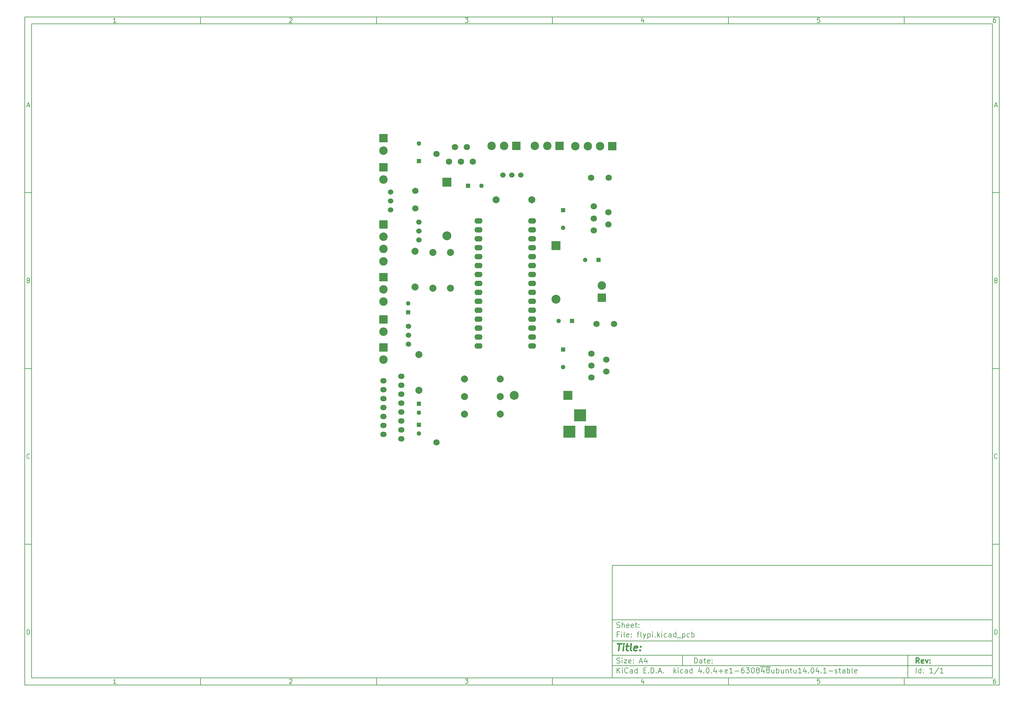
<source format=gbr>
G04 #@! TF.FileFunction,Soldermask,Bot*
%FSLAX46Y46*%
G04 Gerber Fmt 4.6, Leading zero omitted, Abs format (unit mm)*
G04 Created by KiCad (PCBNEW 4.0.4+e1-6308~48~ubuntu14.04.1-stable) date Tue Oct  4 21:58:47 2016*
%MOMM*%
%LPD*%
G01*
G04 APERTURE LIST*
%ADD10C,0.100000*%
%ADD11C,0.150000*%
%ADD12C,0.300000*%
%ADD13C,0.400000*%
%ADD14R,1.300000X1.300000*%
%ADD15C,1.300000*%
%ADD16R,3.500120X3.500120*%
%ADD17C,2.540000*%
%ADD18R,2.540000X2.540000*%
%ADD19C,1.800860*%
%ADD20C,2.400000*%
%ADD21R,2.400000X2.400000*%
%ADD22C,1.800000*%
%ADD23C,1.998980*%
%ADD24O,1.824000X1.524000*%
%ADD25O,2.300000X1.600000*%
%ADD26C,1.524000*%
G04 APERTURE END LIST*
D10*
D11*
X177002200Y-166007200D02*
X177002200Y-198007200D01*
X285002200Y-198007200D01*
X285002200Y-166007200D01*
X177002200Y-166007200D01*
D10*
D11*
X10000000Y-10000000D02*
X10000000Y-200007200D01*
X287002200Y-200007200D01*
X287002200Y-10000000D01*
X10000000Y-10000000D01*
D10*
D11*
X12000000Y-12000000D02*
X12000000Y-198007200D01*
X285002200Y-198007200D01*
X285002200Y-12000000D01*
X12000000Y-12000000D01*
D10*
D11*
X60000000Y-12000000D02*
X60000000Y-10000000D01*
D10*
D11*
X110000000Y-12000000D02*
X110000000Y-10000000D01*
D10*
D11*
X160000000Y-12000000D02*
X160000000Y-10000000D01*
D10*
D11*
X210000000Y-12000000D02*
X210000000Y-10000000D01*
D10*
D11*
X260000000Y-12000000D02*
X260000000Y-10000000D01*
D10*
D11*
X35990476Y-11588095D02*
X35247619Y-11588095D01*
X35619048Y-11588095D02*
X35619048Y-10288095D01*
X35495238Y-10473810D01*
X35371429Y-10597619D01*
X35247619Y-10659524D01*
D10*
D11*
X85247619Y-10411905D02*
X85309524Y-10350000D01*
X85433333Y-10288095D01*
X85742857Y-10288095D01*
X85866667Y-10350000D01*
X85928571Y-10411905D01*
X85990476Y-10535714D01*
X85990476Y-10659524D01*
X85928571Y-10845238D01*
X85185714Y-11588095D01*
X85990476Y-11588095D01*
D10*
D11*
X135185714Y-10288095D02*
X135990476Y-10288095D01*
X135557143Y-10783333D01*
X135742857Y-10783333D01*
X135866667Y-10845238D01*
X135928571Y-10907143D01*
X135990476Y-11030952D01*
X135990476Y-11340476D01*
X135928571Y-11464286D01*
X135866667Y-11526190D01*
X135742857Y-11588095D01*
X135371429Y-11588095D01*
X135247619Y-11526190D01*
X135185714Y-11464286D01*
D10*
D11*
X185866667Y-10721429D02*
X185866667Y-11588095D01*
X185557143Y-10226190D02*
X185247619Y-11154762D01*
X186052381Y-11154762D01*
D10*
D11*
X235928571Y-10288095D02*
X235309524Y-10288095D01*
X235247619Y-10907143D01*
X235309524Y-10845238D01*
X235433333Y-10783333D01*
X235742857Y-10783333D01*
X235866667Y-10845238D01*
X235928571Y-10907143D01*
X235990476Y-11030952D01*
X235990476Y-11340476D01*
X235928571Y-11464286D01*
X235866667Y-11526190D01*
X235742857Y-11588095D01*
X235433333Y-11588095D01*
X235309524Y-11526190D01*
X235247619Y-11464286D01*
D10*
D11*
X285866667Y-10288095D02*
X285619048Y-10288095D01*
X285495238Y-10350000D01*
X285433333Y-10411905D01*
X285309524Y-10597619D01*
X285247619Y-10845238D01*
X285247619Y-11340476D01*
X285309524Y-11464286D01*
X285371429Y-11526190D01*
X285495238Y-11588095D01*
X285742857Y-11588095D01*
X285866667Y-11526190D01*
X285928571Y-11464286D01*
X285990476Y-11340476D01*
X285990476Y-11030952D01*
X285928571Y-10907143D01*
X285866667Y-10845238D01*
X285742857Y-10783333D01*
X285495238Y-10783333D01*
X285371429Y-10845238D01*
X285309524Y-10907143D01*
X285247619Y-11030952D01*
D10*
D11*
X60000000Y-198007200D02*
X60000000Y-200007200D01*
D10*
D11*
X110000000Y-198007200D02*
X110000000Y-200007200D01*
D10*
D11*
X160000000Y-198007200D02*
X160000000Y-200007200D01*
D10*
D11*
X210000000Y-198007200D02*
X210000000Y-200007200D01*
D10*
D11*
X260000000Y-198007200D02*
X260000000Y-200007200D01*
D10*
D11*
X35990476Y-199595295D02*
X35247619Y-199595295D01*
X35619048Y-199595295D02*
X35619048Y-198295295D01*
X35495238Y-198481010D01*
X35371429Y-198604819D01*
X35247619Y-198666724D01*
D10*
D11*
X85247619Y-198419105D02*
X85309524Y-198357200D01*
X85433333Y-198295295D01*
X85742857Y-198295295D01*
X85866667Y-198357200D01*
X85928571Y-198419105D01*
X85990476Y-198542914D01*
X85990476Y-198666724D01*
X85928571Y-198852438D01*
X85185714Y-199595295D01*
X85990476Y-199595295D01*
D10*
D11*
X135185714Y-198295295D02*
X135990476Y-198295295D01*
X135557143Y-198790533D01*
X135742857Y-198790533D01*
X135866667Y-198852438D01*
X135928571Y-198914343D01*
X135990476Y-199038152D01*
X135990476Y-199347676D01*
X135928571Y-199471486D01*
X135866667Y-199533390D01*
X135742857Y-199595295D01*
X135371429Y-199595295D01*
X135247619Y-199533390D01*
X135185714Y-199471486D01*
D10*
D11*
X185866667Y-198728629D02*
X185866667Y-199595295D01*
X185557143Y-198233390D02*
X185247619Y-199161962D01*
X186052381Y-199161962D01*
D10*
D11*
X235928571Y-198295295D02*
X235309524Y-198295295D01*
X235247619Y-198914343D01*
X235309524Y-198852438D01*
X235433333Y-198790533D01*
X235742857Y-198790533D01*
X235866667Y-198852438D01*
X235928571Y-198914343D01*
X235990476Y-199038152D01*
X235990476Y-199347676D01*
X235928571Y-199471486D01*
X235866667Y-199533390D01*
X235742857Y-199595295D01*
X235433333Y-199595295D01*
X235309524Y-199533390D01*
X235247619Y-199471486D01*
D10*
D11*
X285866667Y-198295295D02*
X285619048Y-198295295D01*
X285495238Y-198357200D01*
X285433333Y-198419105D01*
X285309524Y-198604819D01*
X285247619Y-198852438D01*
X285247619Y-199347676D01*
X285309524Y-199471486D01*
X285371429Y-199533390D01*
X285495238Y-199595295D01*
X285742857Y-199595295D01*
X285866667Y-199533390D01*
X285928571Y-199471486D01*
X285990476Y-199347676D01*
X285990476Y-199038152D01*
X285928571Y-198914343D01*
X285866667Y-198852438D01*
X285742857Y-198790533D01*
X285495238Y-198790533D01*
X285371429Y-198852438D01*
X285309524Y-198914343D01*
X285247619Y-199038152D01*
D10*
D11*
X10000000Y-60000000D02*
X12000000Y-60000000D01*
D10*
D11*
X10000000Y-110000000D02*
X12000000Y-110000000D01*
D10*
D11*
X10000000Y-160000000D02*
X12000000Y-160000000D01*
D10*
D11*
X10690476Y-35216667D02*
X11309524Y-35216667D01*
X10566667Y-35588095D02*
X11000000Y-34288095D01*
X11433333Y-35588095D01*
D10*
D11*
X11092857Y-84907143D02*
X11278571Y-84969048D01*
X11340476Y-85030952D01*
X11402381Y-85154762D01*
X11402381Y-85340476D01*
X11340476Y-85464286D01*
X11278571Y-85526190D01*
X11154762Y-85588095D01*
X10659524Y-85588095D01*
X10659524Y-84288095D01*
X11092857Y-84288095D01*
X11216667Y-84350000D01*
X11278571Y-84411905D01*
X11340476Y-84535714D01*
X11340476Y-84659524D01*
X11278571Y-84783333D01*
X11216667Y-84845238D01*
X11092857Y-84907143D01*
X10659524Y-84907143D01*
D10*
D11*
X11402381Y-135464286D02*
X11340476Y-135526190D01*
X11154762Y-135588095D01*
X11030952Y-135588095D01*
X10845238Y-135526190D01*
X10721429Y-135402381D01*
X10659524Y-135278571D01*
X10597619Y-135030952D01*
X10597619Y-134845238D01*
X10659524Y-134597619D01*
X10721429Y-134473810D01*
X10845238Y-134350000D01*
X11030952Y-134288095D01*
X11154762Y-134288095D01*
X11340476Y-134350000D01*
X11402381Y-134411905D01*
D10*
D11*
X10659524Y-185588095D02*
X10659524Y-184288095D01*
X10969048Y-184288095D01*
X11154762Y-184350000D01*
X11278571Y-184473810D01*
X11340476Y-184597619D01*
X11402381Y-184845238D01*
X11402381Y-185030952D01*
X11340476Y-185278571D01*
X11278571Y-185402381D01*
X11154762Y-185526190D01*
X10969048Y-185588095D01*
X10659524Y-185588095D01*
D10*
D11*
X287002200Y-60000000D02*
X285002200Y-60000000D01*
D10*
D11*
X287002200Y-110000000D02*
X285002200Y-110000000D01*
D10*
D11*
X287002200Y-160000000D02*
X285002200Y-160000000D01*
D10*
D11*
X285692676Y-35216667D02*
X286311724Y-35216667D01*
X285568867Y-35588095D02*
X286002200Y-34288095D01*
X286435533Y-35588095D01*
D10*
D11*
X286095057Y-84907143D02*
X286280771Y-84969048D01*
X286342676Y-85030952D01*
X286404581Y-85154762D01*
X286404581Y-85340476D01*
X286342676Y-85464286D01*
X286280771Y-85526190D01*
X286156962Y-85588095D01*
X285661724Y-85588095D01*
X285661724Y-84288095D01*
X286095057Y-84288095D01*
X286218867Y-84350000D01*
X286280771Y-84411905D01*
X286342676Y-84535714D01*
X286342676Y-84659524D01*
X286280771Y-84783333D01*
X286218867Y-84845238D01*
X286095057Y-84907143D01*
X285661724Y-84907143D01*
D10*
D11*
X286404581Y-135464286D02*
X286342676Y-135526190D01*
X286156962Y-135588095D01*
X286033152Y-135588095D01*
X285847438Y-135526190D01*
X285723629Y-135402381D01*
X285661724Y-135278571D01*
X285599819Y-135030952D01*
X285599819Y-134845238D01*
X285661724Y-134597619D01*
X285723629Y-134473810D01*
X285847438Y-134350000D01*
X286033152Y-134288095D01*
X286156962Y-134288095D01*
X286342676Y-134350000D01*
X286404581Y-134411905D01*
D10*
D11*
X285661724Y-185588095D02*
X285661724Y-184288095D01*
X285971248Y-184288095D01*
X286156962Y-184350000D01*
X286280771Y-184473810D01*
X286342676Y-184597619D01*
X286404581Y-184845238D01*
X286404581Y-185030952D01*
X286342676Y-185278571D01*
X286280771Y-185402381D01*
X286156962Y-185526190D01*
X285971248Y-185588095D01*
X285661724Y-185588095D01*
D10*
D11*
X200359343Y-193785771D02*
X200359343Y-192285771D01*
X200716486Y-192285771D01*
X200930771Y-192357200D01*
X201073629Y-192500057D01*
X201145057Y-192642914D01*
X201216486Y-192928629D01*
X201216486Y-193142914D01*
X201145057Y-193428629D01*
X201073629Y-193571486D01*
X200930771Y-193714343D01*
X200716486Y-193785771D01*
X200359343Y-193785771D01*
X202502200Y-193785771D02*
X202502200Y-193000057D01*
X202430771Y-192857200D01*
X202287914Y-192785771D01*
X202002200Y-192785771D01*
X201859343Y-192857200D01*
X202502200Y-193714343D02*
X202359343Y-193785771D01*
X202002200Y-193785771D01*
X201859343Y-193714343D01*
X201787914Y-193571486D01*
X201787914Y-193428629D01*
X201859343Y-193285771D01*
X202002200Y-193214343D01*
X202359343Y-193214343D01*
X202502200Y-193142914D01*
X203002200Y-192785771D02*
X203573629Y-192785771D01*
X203216486Y-192285771D02*
X203216486Y-193571486D01*
X203287914Y-193714343D01*
X203430772Y-193785771D01*
X203573629Y-193785771D01*
X204645057Y-193714343D02*
X204502200Y-193785771D01*
X204216486Y-193785771D01*
X204073629Y-193714343D01*
X204002200Y-193571486D01*
X204002200Y-193000057D01*
X204073629Y-192857200D01*
X204216486Y-192785771D01*
X204502200Y-192785771D01*
X204645057Y-192857200D01*
X204716486Y-193000057D01*
X204716486Y-193142914D01*
X204002200Y-193285771D01*
X205359343Y-193642914D02*
X205430771Y-193714343D01*
X205359343Y-193785771D01*
X205287914Y-193714343D01*
X205359343Y-193642914D01*
X205359343Y-193785771D01*
X205359343Y-192857200D02*
X205430771Y-192928629D01*
X205359343Y-193000057D01*
X205287914Y-192928629D01*
X205359343Y-192857200D01*
X205359343Y-193000057D01*
D10*
D11*
X177002200Y-194507200D02*
X285002200Y-194507200D01*
D10*
D11*
X178359343Y-196585771D02*
X178359343Y-195085771D01*
X179216486Y-196585771D02*
X178573629Y-195728629D01*
X179216486Y-195085771D02*
X178359343Y-195942914D01*
X179859343Y-196585771D02*
X179859343Y-195585771D01*
X179859343Y-195085771D02*
X179787914Y-195157200D01*
X179859343Y-195228629D01*
X179930771Y-195157200D01*
X179859343Y-195085771D01*
X179859343Y-195228629D01*
X181430772Y-196442914D02*
X181359343Y-196514343D01*
X181145057Y-196585771D01*
X181002200Y-196585771D01*
X180787915Y-196514343D01*
X180645057Y-196371486D01*
X180573629Y-196228629D01*
X180502200Y-195942914D01*
X180502200Y-195728629D01*
X180573629Y-195442914D01*
X180645057Y-195300057D01*
X180787915Y-195157200D01*
X181002200Y-195085771D01*
X181145057Y-195085771D01*
X181359343Y-195157200D01*
X181430772Y-195228629D01*
X182716486Y-196585771D02*
X182716486Y-195800057D01*
X182645057Y-195657200D01*
X182502200Y-195585771D01*
X182216486Y-195585771D01*
X182073629Y-195657200D01*
X182716486Y-196514343D02*
X182573629Y-196585771D01*
X182216486Y-196585771D01*
X182073629Y-196514343D01*
X182002200Y-196371486D01*
X182002200Y-196228629D01*
X182073629Y-196085771D01*
X182216486Y-196014343D01*
X182573629Y-196014343D01*
X182716486Y-195942914D01*
X184073629Y-196585771D02*
X184073629Y-195085771D01*
X184073629Y-196514343D02*
X183930772Y-196585771D01*
X183645058Y-196585771D01*
X183502200Y-196514343D01*
X183430772Y-196442914D01*
X183359343Y-196300057D01*
X183359343Y-195871486D01*
X183430772Y-195728629D01*
X183502200Y-195657200D01*
X183645058Y-195585771D01*
X183930772Y-195585771D01*
X184073629Y-195657200D01*
X185930772Y-195800057D02*
X186430772Y-195800057D01*
X186645058Y-196585771D02*
X185930772Y-196585771D01*
X185930772Y-195085771D01*
X186645058Y-195085771D01*
X187287915Y-196442914D02*
X187359343Y-196514343D01*
X187287915Y-196585771D01*
X187216486Y-196514343D01*
X187287915Y-196442914D01*
X187287915Y-196585771D01*
X188002201Y-196585771D02*
X188002201Y-195085771D01*
X188359344Y-195085771D01*
X188573629Y-195157200D01*
X188716487Y-195300057D01*
X188787915Y-195442914D01*
X188859344Y-195728629D01*
X188859344Y-195942914D01*
X188787915Y-196228629D01*
X188716487Y-196371486D01*
X188573629Y-196514343D01*
X188359344Y-196585771D01*
X188002201Y-196585771D01*
X189502201Y-196442914D02*
X189573629Y-196514343D01*
X189502201Y-196585771D01*
X189430772Y-196514343D01*
X189502201Y-196442914D01*
X189502201Y-196585771D01*
X190145058Y-196157200D02*
X190859344Y-196157200D01*
X190002201Y-196585771D02*
X190502201Y-195085771D01*
X191002201Y-196585771D01*
X191502201Y-196442914D02*
X191573629Y-196514343D01*
X191502201Y-196585771D01*
X191430772Y-196514343D01*
X191502201Y-196442914D01*
X191502201Y-196585771D01*
X194502201Y-196585771D02*
X194502201Y-195085771D01*
X194645058Y-196014343D02*
X195073629Y-196585771D01*
X195073629Y-195585771D02*
X194502201Y-196157200D01*
X195716487Y-196585771D02*
X195716487Y-195585771D01*
X195716487Y-195085771D02*
X195645058Y-195157200D01*
X195716487Y-195228629D01*
X195787915Y-195157200D01*
X195716487Y-195085771D01*
X195716487Y-195228629D01*
X197073630Y-196514343D02*
X196930773Y-196585771D01*
X196645059Y-196585771D01*
X196502201Y-196514343D01*
X196430773Y-196442914D01*
X196359344Y-196300057D01*
X196359344Y-195871486D01*
X196430773Y-195728629D01*
X196502201Y-195657200D01*
X196645059Y-195585771D01*
X196930773Y-195585771D01*
X197073630Y-195657200D01*
X198359344Y-196585771D02*
X198359344Y-195800057D01*
X198287915Y-195657200D01*
X198145058Y-195585771D01*
X197859344Y-195585771D01*
X197716487Y-195657200D01*
X198359344Y-196514343D02*
X198216487Y-196585771D01*
X197859344Y-196585771D01*
X197716487Y-196514343D01*
X197645058Y-196371486D01*
X197645058Y-196228629D01*
X197716487Y-196085771D01*
X197859344Y-196014343D01*
X198216487Y-196014343D01*
X198359344Y-195942914D01*
X199716487Y-196585771D02*
X199716487Y-195085771D01*
X199716487Y-196514343D02*
X199573630Y-196585771D01*
X199287916Y-196585771D01*
X199145058Y-196514343D01*
X199073630Y-196442914D01*
X199002201Y-196300057D01*
X199002201Y-195871486D01*
X199073630Y-195728629D01*
X199145058Y-195657200D01*
X199287916Y-195585771D01*
X199573630Y-195585771D01*
X199716487Y-195657200D01*
X202216487Y-195585771D02*
X202216487Y-196585771D01*
X201859344Y-195014343D02*
X201502201Y-196085771D01*
X202430773Y-196085771D01*
X203002201Y-196442914D02*
X203073629Y-196514343D01*
X203002201Y-196585771D01*
X202930772Y-196514343D01*
X203002201Y-196442914D01*
X203002201Y-196585771D01*
X204002201Y-195085771D02*
X204145058Y-195085771D01*
X204287915Y-195157200D01*
X204359344Y-195228629D01*
X204430773Y-195371486D01*
X204502201Y-195657200D01*
X204502201Y-196014343D01*
X204430773Y-196300057D01*
X204359344Y-196442914D01*
X204287915Y-196514343D01*
X204145058Y-196585771D01*
X204002201Y-196585771D01*
X203859344Y-196514343D01*
X203787915Y-196442914D01*
X203716487Y-196300057D01*
X203645058Y-196014343D01*
X203645058Y-195657200D01*
X203716487Y-195371486D01*
X203787915Y-195228629D01*
X203859344Y-195157200D01*
X204002201Y-195085771D01*
X205145058Y-196442914D02*
X205216486Y-196514343D01*
X205145058Y-196585771D01*
X205073629Y-196514343D01*
X205145058Y-196442914D01*
X205145058Y-196585771D01*
X206502201Y-195585771D02*
X206502201Y-196585771D01*
X206145058Y-195014343D02*
X205787915Y-196085771D01*
X206716487Y-196085771D01*
X207287915Y-196014343D02*
X208430772Y-196014343D01*
X207859343Y-196585771D02*
X207859343Y-195442914D01*
X209716486Y-196514343D02*
X209573629Y-196585771D01*
X209287915Y-196585771D01*
X209145058Y-196514343D01*
X209073629Y-196371486D01*
X209073629Y-195800057D01*
X209145058Y-195657200D01*
X209287915Y-195585771D01*
X209573629Y-195585771D01*
X209716486Y-195657200D01*
X209787915Y-195800057D01*
X209787915Y-195942914D01*
X209073629Y-196085771D01*
X211216486Y-196585771D02*
X210359343Y-196585771D01*
X210787915Y-196585771D02*
X210787915Y-195085771D01*
X210645058Y-195300057D01*
X210502200Y-195442914D01*
X210359343Y-195514343D01*
X211859343Y-196014343D02*
X213002200Y-196014343D01*
X214359343Y-195085771D02*
X214073629Y-195085771D01*
X213930772Y-195157200D01*
X213859343Y-195228629D01*
X213716486Y-195442914D01*
X213645057Y-195728629D01*
X213645057Y-196300057D01*
X213716486Y-196442914D01*
X213787914Y-196514343D01*
X213930772Y-196585771D01*
X214216486Y-196585771D01*
X214359343Y-196514343D01*
X214430772Y-196442914D01*
X214502200Y-196300057D01*
X214502200Y-195942914D01*
X214430772Y-195800057D01*
X214359343Y-195728629D01*
X214216486Y-195657200D01*
X213930772Y-195657200D01*
X213787914Y-195728629D01*
X213716486Y-195800057D01*
X213645057Y-195942914D01*
X215002200Y-195085771D02*
X215930771Y-195085771D01*
X215430771Y-195657200D01*
X215645057Y-195657200D01*
X215787914Y-195728629D01*
X215859343Y-195800057D01*
X215930771Y-195942914D01*
X215930771Y-196300057D01*
X215859343Y-196442914D01*
X215787914Y-196514343D01*
X215645057Y-196585771D01*
X215216485Y-196585771D01*
X215073628Y-196514343D01*
X215002200Y-196442914D01*
X216859342Y-195085771D02*
X217002199Y-195085771D01*
X217145056Y-195157200D01*
X217216485Y-195228629D01*
X217287914Y-195371486D01*
X217359342Y-195657200D01*
X217359342Y-196014343D01*
X217287914Y-196300057D01*
X217216485Y-196442914D01*
X217145056Y-196514343D01*
X217002199Y-196585771D01*
X216859342Y-196585771D01*
X216716485Y-196514343D01*
X216645056Y-196442914D01*
X216573628Y-196300057D01*
X216502199Y-196014343D01*
X216502199Y-195657200D01*
X216573628Y-195371486D01*
X216645056Y-195228629D01*
X216716485Y-195157200D01*
X216859342Y-195085771D01*
X218216485Y-195728629D02*
X218073627Y-195657200D01*
X218002199Y-195585771D01*
X217930770Y-195442914D01*
X217930770Y-195371486D01*
X218002199Y-195228629D01*
X218073627Y-195157200D01*
X218216485Y-195085771D01*
X218502199Y-195085771D01*
X218645056Y-195157200D01*
X218716485Y-195228629D01*
X218787913Y-195371486D01*
X218787913Y-195442914D01*
X218716485Y-195585771D01*
X218645056Y-195657200D01*
X218502199Y-195728629D01*
X218216485Y-195728629D01*
X218073627Y-195800057D01*
X218002199Y-195871486D01*
X217930770Y-196014343D01*
X217930770Y-196300057D01*
X218002199Y-196442914D01*
X218073627Y-196514343D01*
X218216485Y-196585771D01*
X218502199Y-196585771D01*
X218645056Y-196514343D01*
X218716485Y-196442914D01*
X218787913Y-196300057D01*
X218787913Y-196014343D01*
X218716485Y-195871486D01*
X218645056Y-195800057D01*
X218502199Y-195728629D01*
X220073627Y-195585771D02*
X220073627Y-196585771D01*
X219716484Y-195014343D02*
X219359341Y-196085771D01*
X220287913Y-196085771D01*
X221073627Y-195728629D02*
X220930769Y-195657200D01*
X220859341Y-195585771D01*
X220787912Y-195442914D01*
X220787912Y-195371486D01*
X220859341Y-195228629D01*
X220930769Y-195157200D01*
X221073627Y-195085771D01*
X221359341Y-195085771D01*
X221502198Y-195157200D01*
X221573627Y-195228629D01*
X221645055Y-195371486D01*
X221645055Y-195442914D01*
X221573627Y-195585771D01*
X221502198Y-195657200D01*
X221359341Y-195728629D01*
X221073627Y-195728629D01*
X220930769Y-195800057D01*
X220859341Y-195871486D01*
X220787912Y-196014343D01*
X220787912Y-196300057D01*
X220859341Y-196442914D01*
X220930769Y-196514343D01*
X221073627Y-196585771D01*
X221359341Y-196585771D01*
X221502198Y-196514343D01*
X221573627Y-196442914D01*
X221645055Y-196300057D01*
X221645055Y-196014343D01*
X221573627Y-195871486D01*
X221502198Y-195800057D01*
X221359341Y-195728629D01*
X219073627Y-194827200D02*
X221930769Y-194827200D01*
X222930769Y-195585771D02*
X222930769Y-196585771D01*
X222287912Y-195585771D02*
X222287912Y-196371486D01*
X222359340Y-196514343D01*
X222502198Y-196585771D01*
X222716483Y-196585771D01*
X222859340Y-196514343D01*
X222930769Y-196442914D01*
X223645055Y-196585771D02*
X223645055Y-195085771D01*
X223645055Y-195657200D02*
X223787912Y-195585771D01*
X224073626Y-195585771D01*
X224216483Y-195657200D01*
X224287912Y-195728629D01*
X224359341Y-195871486D01*
X224359341Y-196300057D01*
X224287912Y-196442914D01*
X224216483Y-196514343D01*
X224073626Y-196585771D01*
X223787912Y-196585771D01*
X223645055Y-196514343D01*
X225645055Y-195585771D02*
X225645055Y-196585771D01*
X225002198Y-195585771D02*
X225002198Y-196371486D01*
X225073626Y-196514343D01*
X225216484Y-196585771D01*
X225430769Y-196585771D01*
X225573626Y-196514343D01*
X225645055Y-196442914D01*
X226359341Y-195585771D02*
X226359341Y-196585771D01*
X226359341Y-195728629D02*
X226430769Y-195657200D01*
X226573627Y-195585771D01*
X226787912Y-195585771D01*
X226930769Y-195657200D01*
X227002198Y-195800057D01*
X227002198Y-196585771D01*
X227502198Y-195585771D02*
X228073627Y-195585771D01*
X227716484Y-195085771D02*
X227716484Y-196371486D01*
X227787912Y-196514343D01*
X227930770Y-196585771D01*
X228073627Y-196585771D01*
X229216484Y-195585771D02*
X229216484Y-196585771D01*
X228573627Y-195585771D02*
X228573627Y-196371486D01*
X228645055Y-196514343D01*
X228787913Y-196585771D01*
X229002198Y-196585771D01*
X229145055Y-196514343D01*
X229216484Y-196442914D01*
X230716484Y-196585771D02*
X229859341Y-196585771D01*
X230287913Y-196585771D02*
X230287913Y-195085771D01*
X230145056Y-195300057D01*
X230002198Y-195442914D01*
X229859341Y-195514343D01*
X232002198Y-195585771D02*
X232002198Y-196585771D01*
X231645055Y-195014343D02*
X231287912Y-196085771D01*
X232216484Y-196085771D01*
X232787912Y-196442914D02*
X232859340Y-196514343D01*
X232787912Y-196585771D01*
X232716483Y-196514343D01*
X232787912Y-196442914D01*
X232787912Y-196585771D01*
X233787912Y-195085771D02*
X233930769Y-195085771D01*
X234073626Y-195157200D01*
X234145055Y-195228629D01*
X234216484Y-195371486D01*
X234287912Y-195657200D01*
X234287912Y-196014343D01*
X234216484Y-196300057D01*
X234145055Y-196442914D01*
X234073626Y-196514343D01*
X233930769Y-196585771D01*
X233787912Y-196585771D01*
X233645055Y-196514343D01*
X233573626Y-196442914D01*
X233502198Y-196300057D01*
X233430769Y-196014343D01*
X233430769Y-195657200D01*
X233502198Y-195371486D01*
X233573626Y-195228629D01*
X233645055Y-195157200D01*
X233787912Y-195085771D01*
X235573626Y-195585771D02*
X235573626Y-196585771D01*
X235216483Y-195014343D02*
X234859340Y-196085771D01*
X235787912Y-196085771D01*
X236359340Y-196442914D02*
X236430768Y-196514343D01*
X236359340Y-196585771D01*
X236287911Y-196514343D01*
X236359340Y-196442914D01*
X236359340Y-196585771D01*
X237859340Y-196585771D02*
X237002197Y-196585771D01*
X237430769Y-196585771D02*
X237430769Y-195085771D01*
X237287912Y-195300057D01*
X237145054Y-195442914D01*
X237002197Y-195514343D01*
X238502197Y-196014343D02*
X239645054Y-196014343D01*
X240287911Y-196514343D02*
X240430768Y-196585771D01*
X240716483Y-196585771D01*
X240859340Y-196514343D01*
X240930768Y-196371486D01*
X240930768Y-196300057D01*
X240859340Y-196157200D01*
X240716483Y-196085771D01*
X240502197Y-196085771D01*
X240359340Y-196014343D01*
X240287911Y-195871486D01*
X240287911Y-195800057D01*
X240359340Y-195657200D01*
X240502197Y-195585771D01*
X240716483Y-195585771D01*
X240859340Y-195657200D01*
X241359340Y-195585771D02*
X241930769Y-195585771D01*
X241573626Y-195085771D02*
X241573626Y-196371486D01*
X241645054Y-196514343D01*
X241787912Y-196585771D01*
X241930769Y-196585771D01*
X243073626Y-196585771D02*
X243073626Y-195800057D01*
X243002197Y-195657200D01*
X242859340Y-195585771D01*
X242573626Y-195585771D01*
X242430769Y-195657200D01*
X243073626Y-196514343D02*
X242930769Y-196585771D01*
X242573626Y-196585771D01*
X242430769Y-196514343D01*
X242359340Y-196371486D01*
X242359340Y-196228629D01*
X242430769Y-196085771D01*
X242573626Y-196014343D01*
X242930769Y-196014343D01*
X243073626Y-195942914D01*
X243787912Y-196585771D02*
X243787912Y-195085771D01*
X243787912Y-195657200D02*
X243930769Y-195585771D01*
X244216483Y-195585771D01*
X244359340Y-195657200D01*
X244430769Y-195728629D01*
X244502198Y-195871486D01*
X244502198Y-196300057D01*
X244430769Y-196442914D01*
X244359340Y-196514343D01*
X244216483Y-196585771D01*
X243930769Y-196585771D01*
X243787912Y-196514343D01*
X245359341Y-196585771D02*
X245216483Y-196514343D01*
X245145055Y-196371486D01*
X245145055Y-195085771D01*
X246502197Y-196514343D02*
X246359340Y-196585771D01*
X246073626Y-196585771D01*
X245930769Y-196514343D01*
X245859340Y-196371486D01*
X245859340Y-195800057D01*
X245930769Y-195657200D01*
X246073626Y-195585771D01*
X246359340Y-195585771D01*
X246502197Y-195657200D01*
X246573626Y-195800057D01*
X246573626Y-195942914D01*
X245859340Y-196085771D01*
D10*
D11*
X177002200Y-191507200D02*
X285002200Y-191507200D01*
D10*
D12*
X264216486Y-193785771D02*
X263716486Y-193071486D01*
X263359343Y-193785771D02*
X263359343Y-192285771D01*
X263930771Y-192285771D01*
X264073629Y-192357200D01*
X264145057Y-192428629D01*
X264216486Y-192571486D01*
X264216486Y-192785771D01*
X264145057Y-192928629D01*
X264073629Y-193000057D01*
X263930771Y-193071486D01*
X263359343Y-193071486D01*
X265430771Y-193714343D02*
X265287914Y-193785771D01*
X265002200Y-193785771D01*
X264859343Y-193714343D01*
X264787914Y-193571486D01*
X264787914Y-193000057D01*
X264859343Y-192857200D01*
X265002200Y-192785771D01*
X265287914Y-192785771D01*
X265430771Y-192857200D01*
X265502200Y-193000057D01*
X265502200Y-193142914D01*
X264787914Y-193285771D01*
X266002200Y-192785771D02*
X266359343Y-193785771D01*
X266716485Y-192785771D01*
X267287914Y-193642914D02*
X267359342Y-193714343D01*
X267287914Y-193785771D01*
X267216485Y-193714343D01*
X267287914Y-193642914D01*
X267287914Y-193785771D01*
X267287914Y-192857200D02*
X267359342Y-192928629D01*
X267287914Y-193000057D01*
X267216485Y-192928629D01*
X267287914Y-192857200D01*
X267287914Y-193000057D01*
D10*
D11*
X178287914Y-193714343D02*
X178502200Y-193785771D01*
X178859343Y-193785771D01*
X179002200Y-193714343D01*
X179073629Y-193642914D01*
X179145057Y-193500057D01*
X179145057Y-193357200D01*
X179073629Y-193214343D01*
X179002200Y-193142914D01*
X178859343Y-193071486D01*
X178573629Y-193000057D01*
X178430771Y-192928629D01*
X178359343Y-192857200D01*
X178287914Y-192714343D01*
X178287914Y-192571486D01*
X178359343Y-192428629D01*
X178430771Y-192357200D01*
X178573629Y-192285771D01*
X178930771Y-192285771D01*
X179145057Y-192357200D01*
X179787914Y-193785771D02*
X179787914Y-192785771D01*
X179787914Y-192285771D02*
X179716485Y-192357200D01*
X179787914Y-192428629D01*
X179859342Y-192357200D01*
X179787914Y-192285771D01*
X179787914Y-192428629D01*
X180359343Y-192785771D02*
X181145057Y-192785771D01*
X180359343Y-193785771D01*
X181145057Y-193785771D01*
X182287914Y-193714343D02*
X182145057Y-193785771D01*
X181859343Y-193785771D01*
X181716486Y-193714343D01*
X181645057Y-193571486D01*
X181645057Y-193000057D01*
X181716486Y-192857200D01*
X181859343Y-192785771D01*
X182145057Y-192785771D01*
X182287914Y-192857200D01*
X182359343Y-193000057D01*
X182359343Y-193142914D01*
X181645057Y-193285771D01*
X183002200Y-193642914D02*
X183073628Y-193714343D01*
X183002200Y-193785771D01*
X182930771Y-193714343D01*
X183002200Y-193642914D01*
X183002200Y-193785771D01*
X183002200Y-192857200D02*
X183073628Y-192928629D01*
X183002200Y-193000057D01*
X182930771Y-192928629D01*
X183002200Y-192857200D01*
X183002200Y-193000057D01*
X184787914Y-193357200D02*
X185502200Y-193357200D01*
X184645057Y-193785771D02*
X185145057Y-192285771D01*
X185645057Y-193785771D01*
X186787914Y-192785771D02*
X186787914Y-193785771D01*
X186430771Y-192214343D02*
X186073628Y-193285771D01*
X187002200Y-193285771D01*
D10*
D11*
X263359343Y-196585771D02*
X263359343Y-195085771D01*
X264716486Y-196585771D02*
X264716486Y-195085771D01*
X264716486Y-196514343D02*
X264573629Y-196585771D01*
X264287915Y-196585771D01*
X264145057Y-196514343D01*
X264073629Y-196442914D01*
X264002200Y-196300057D01*
X264002200Y-195871486D01*
X264073629Y-195728629D01*
X264145057Y-195657200D01*
X264287915Y-195585771D01*
X264573629Y-195585771D01*
X264716486Y-195657200D01*
X265430772Y-196442914D02*
X265502200Y-196514343D01*
X265430772Y-196585771D01*
X265359343Y-196514343D01*
X265430772Y-196442914D01*
X265430772Y-196585771D01*
X265430772Y-195657200D02*
X265502200Y-195728629D01*
X265430772Y-195800057D01*
X265359343Y-195728629D01*
X265430772Y-195657200D01*
X265430772Y-195800057D01*
X268073629Y-196585771D02*
X267216486Y-196585771D01*
X267645058Y-196585771D02*
X267645058Y-195085771D01*
X267502201Y-195300057D01*
X267359343Y-195442914D01*
X267216486Y-195514343D01*
X269787914Y-195014343D02*
X268502200Y-196942914D01*
X271073629Y-196585771D02*
X270216486Y-196585771D01*
X270645058Y-196585771D02*
X270645058Y-195085771D01*
X270502201Y-195300057D01*
X270359343Y-195442914D01*
X270216486Y-195514343D01*
D10*
D11*
X177002200Y-187507200D02*
X285002200Y-187507200D01*
D10*
D13*
X178454581Y-188211962D02*
X179597438Y-188211962D01*
X178776010Y-190211962D02*
X179026010Y-188211962D01*
X180014105Y-190211962D02*
X180180771Y-188878629D01*
X180264105Y-188211962D02*
X180156962Y-188307200D01*
X180240295Y-188402438D01*
X180347439Y-188307200D01*
X180264105Y-188211962D01*
X180240295Y-188402438D01*
X180847438Y-188878629D02*
X181609343Y-188878629D01*
X181216486Y-188211962D02*
X181002200Y-189926248D01*
X181073630Y-190116724D01*
X181252201Y-190211962D01*
X181442677Y-190211962D01*
X182395058Y-190211962D02*
X182216487Y-190116724D01*
X182145057Y-189926248D01*
X182359343Y-188211962D01*
X183930772Y-190116724D02*
X183728391Y-190211962D01*
X183347439Y-190211962D01*
X183168867Y-190116724D01*
X183097438Y-189926248D01*
X183192676Y-189164343D01*
X183311724Y-188973867D01*
X183514105Y-188878629D01*
X183895057Y-188878629D01*
X184073629Y-188973867D01*
X184145057Y-189164343D01*
X184121248Y-189354819D01*
X183145057Y-189545295D01*
X184895057Y-190021486D02*
X184978392Y-190116724D01*
X184871248Y-190211962D01*
X184787915Y-190116724D01*
X184895057Y-190021486D01*
X184871248Y-190211962D01*
X185026010Y-188973867D02*
X185109344Y-189069105D01*
X185002200Y-189164343D01*
X184918867Y-189069105D01*
X185026010Y-188973867D01*
X185002200Y-189164343D01*
D10*
D11*
X178859343Y-185600057D02*
X178359343Y-185600057D01*
X178359343Y-186385771D02*
X178359343Y-184885771D01*
X179073629Y-184885771D01*
X179645057Y-186385771D02*
X179645057Y-185385771D01*
X179645057Y-184885771D02*
X179573628Y-184957200D01*
X179645057Y-185028629D01*
X179716485Y-184957200D01*
X179645057Y-184885771D01*
X179645057Y-185028629D01*
X180573629Y-186385771D02*
X180430771Y-186314343D01*
X180359343Y-186171486D01*
X180359343Y-184885771D01*
X181716485Y-186314343D02*
X181573628Y-186385771D01*
X181287914Y-186385771D01*
X181145057Y-186314343D01*
X181073628Y-186171486D01*
X181073628Y-185600057D01*
X181145057Y-185457200D01*
X181287914Y-185385771D01*
X181573628Y-185385771D01*
X181716485Y-185457200D01*
X181787914Y-185600057D01*
X181787914Y-185742914D01*
X181073628Y-185885771D01*
X182430771Y-186242914D02*
X182502199Y-186314343D01*
X182430771Y-186385771D01*
X182359342Y-186314343D01*
X182430771Y-186242914D01*
X182430771Y-186385771D01*
X182430771Y-185457200D02*
X182502199Y-185528629D01*
X182430771Y-185600057D01*
X182359342Y-185528629D01*
X182430771Y-185457200D01*
X182430771Y-185600057D01*
X184073628Y-185385771D02*
X184645057Y-185385771D01*
X184287914Y-186385771D02*
X184287914Y-185100057D01*
X184359342Y-184957200D01*
X184502200Y-184885771D01*
X184645057Y-184885771D01*
X185359343Y-186385771D02*
X185216485Y-186314343D01*
X185145057Y-186171486D01*
X185145057Y-184885771D01*
X185787914Y-185385771D02*
X186145057Y-186385771D01*
X186502199Y-185385771D02*
X186145057Y-186385771D01*
X186002199Y-186742914D01*
X185930771Y-186814343D01*
X185787914Y-186885771D01*
X187073628Y-185385771D02*
X187073628Y-186885771D01*
X187073628Y-185457200D02*
X187216485Y-185385771D01*
X187502199Y-185385771D01*
X187645056Y-185457200D01*
X187716485Y-185528629D01*
X187787914Y-185671486D01*
X187787914Y-186100057D01*
X187716485Y-186242914D01*
X187645056Y-186314343D01*
X187502199Y-186385771D01*
X187216485Y-186385771D01*
X187073628Y-186314343D01*
X188430771Y-186385771D02*
X188430771Y-185385771D01*
X188430771Y-184885771D02*
X188359342Y-184957200D01*
X188430771Y-185028629D01*
X188502199Y-184957200D01*
X188430771Y-184885771D01*
X188430771Y-185028629D01*
X189145057Y-186242914D02*
X189216485Y-186314343D01*
X189145057Y-186385771D01*
X189073628Y-186314343D01*
X189145057Y-186242914D01*
X189145057Y-186385771D01*
X189859343Y-186385771D02*
X189859343Y-184885771D01*
X190002200Y-185814343D02*
X190430771Y-186385771D01*
X190430771Y-185385771D02*
X189859343Y-185957200D01*
X191073629Y-186385771D02*
X191073629Y-185385771D01*
X191073629Y-184885771D02*
X191002200Y-184957200D01*
X191073629Y-185028629D01*
X191145057Y-184957200D01*
X191073629Y-184885771D01*
X191073629Y-185028629D01*
X192430772Y-186314343D02*
X192287915Y-186385771D01*
X192002201Y-186385771D01*
X191859343Y-186314343D01*
X191787915Y-186242914D01*
X191716486Y-186100057D01*
X191716486Y-185671486D01*
X191787915Y-185528629D01*
X191859343Y-185457200D01*
X192002201Y-185385771D01*
X192287915Y-185385771D01*
X192430772Y-185457200D01*
X193716486Y-186385771D02*
X193716486Y-185600057D01*
X193645057Y-185457200D01*
X193502200Y-185385771D01*
X193216486Y-185385771D01*
X193073629Y-185457200D01*
X193716486Y-186314343D02*
X193573629Y-186385771D01*
X193216486Y-186385771D01*
X193073629Y-186314343D01*
X193002200Y-186171486D01*
X193002200Y-186028629D01*
X193073629Y-185885771D01*
X193216486Y-185814343D01*
X193573629Y-185814343D01*
X193716486Y-185742914D01*
X195073629Y-186385771D02*
X195073629Y-184885771D01*
X195073629Y-186314343D02*
X194930772Y-186385771D01*
X194645058Y-186385771D01*
X194502200Y-186314343D01*
X194430772Y-186242914D01*
X194359343Y-186100057D01*
X194359343Y-185671486D01*
X194430772Y-185528629D01*
X194502200Y-185457200D01*
X194645058Y-185385771D01*
X194930772Y-185385771D01*
X195073629Y-185457200D01*
X195430772Y-186528629D02*
X196573629Y-186528629D01*
X196930772Y-185385771D02*
X196930772Y-186885771D01*
X196930772Y-185457200D02*
X197073629Y-185385771D01*
X197359343Y-185385771D01*
X197502200Y-185457200D01*
X197573629Y-185528629D01*
X197645058Y-185671486D01*
X197645058Y-186100057D01*
X197573629Y-186242914D01*
X197502200Y-186314343D01*
X197359343Y-186385771D01*
X197073629Y-186385771D01*
X196930772Y-186314343D01*
X198930772Y-186314343D02*
X198787915Y-186385771D01*
X198502201Y-186385771D01*
X198359343Y-186314343D01*
X198287915Y-186242914D01*
X198216486Y-186100057D01*
X198216486Y-185671486D01*
X198287915Y-185528629D01*
X198359343Y-185457200D01*
X198502201Y-185385771D01*
X198787915Y-185385771D01*
X198930772Y-185457200D01*
X199573629Y-186385771D02*
X199573629Y-184885771D01*
X199573629Y-185457200D02*
X199716486Y-185385771D01*
X200002200Y-185385771D01*
X200145057Y-185457200D01*
X200216486Y-185528629D01*
X200287915Y-185671486D01*
X200287915Y-186100057D01*
X200216486Y-186242914D01*
X200145057Y-186314343D01*
X200002200Y-186385771D01*
X199716486Y-186385771D01*
X199573629Y-186314343D01*
D10*
D11*
X177002200Y-181507200D02*
X285002200Y-181507200D01*
D10*
D11*
X178287914Y-183614343D02*
X178502200Y-183685771D01*
X178859343Y-183685771D01*
X179002200Y-183614343D01*
X179073629Y-183542914D01*
X179145057Y-183400057D01*
X179145057Y-183257200D01*
X179073629Y-183114343D01*
X179002200Y-183042914D01*
X178859343Y-182971486D01*
X178573629Y-182900057D01*
X178430771Y-182828629D01*
X178359343Y-182757200D01*
X178287914Y-182614343D01*
X178287914Y-182471486D01*
X178359343Y-182328629D01*
X178430771Y-182257200D01*
X178573629Y-182185771D01*
X178930771Y-182185771D01*
X179145057Y-182257200D01*
X179787914Y-183685771D02*
X179787914Y-182185771D01*
X180430771Y-183685771D02*
X180430771Y-182900057D01*
X180359342Y-182757200D01*
X180216485Y-182685771D01*
X180002200Y-182685771D01*
X179859342Y-182757200D01*
X179787914Y-182828629D01*
X181716485Y-183614343D02*
X181573628Y-183685771D01*
X181287914Y-183685771D01*
X181145057Y-183614343D01*
X181073628Y-183471486D01*
X181073628Y-182900057D01*
X181145057Y-182757200D01*
X181287914Y-182685771D01*
X181573628Y-182685771D01*
X181716485Y-182757200D01*
X181787914Y-182900057D01*
X181787914Y-183042914D01*
X181073628Y-183185771D01*
X183002199Y-183614343D02*
X182859342Y-183685771D01*
X182573628Y-183685771D01*
X182430771Y-183614343D01*
X182359342Y-183471486D01*
X182359342Y-182900057D01*
X182430771Y-182757200D01*
X182573628Y-182685771D01*
X182859342Y-182685771D01*
X183002199Y-182757200D01*
X183073628Y-182900057D01*
X183073628Y-183042914D01*
X182359342Y-183185771D01*
X183502199Y-182685771D02*
X184073628Y-182685771D01*
X183716485Y-182185771D02*
X183716485Y-183471486D01*
X183787913Y-183614343D01*
X183930771Y-183685771D01*
X184073628Y-183685771D01*
X184573628Y-183542914D02*
X184645056Y-183614343D01*
X184573628Y-183685771D01*
X184502199Y-183614343D01*
X184573628Y-183542914D01*
X184573628Y-183685771D01*
X184573628Y-182757200D02*
X184645056Y-182828629D01*
X184573628Y-182900057D01*
X184502199Y-182828629D01*
X184573628Y-182757200D01*
X184573628Y-182900057D01*
D10*
D11*
X197002200Y-191507200D02*
X197002200Y-194507200D01*
D10*
D11*
X261002200Y-191507200D02*
X261002200Y-198007200D01*
D14*
X163000000Y-65000000D03*
D15*
X163000000Y-70000000D03*
D14*
X122000000Y-51000000D03*
D15*
X122000000Y-46000000D03*
D14*
X163050000Y-104625000D03*
D15*
X163050000Y-109625000D03*
D14*
X136000000Y-58000000D03*
D15*
X139800000Y-58000000D03*
D14*
X173100000Y-79125000D03*
D15*
X169300000Y-79125000D03*
D14*
X165525000Y-96450000D03*
D15*
X161725000Y-96450000D03*
D14*
X122000000Y-120000000D03*
D15*
X122000000Y-122500000D03*
D14*
X119000000Y-94000000D03*
D15*
X119000000Y-91500000D03*
D14*
X122000000Y-126000000D03*
D15*
X122000000Y-128500000D03*
D16*
X164799860Y-128000000D03*
X170799340Y-128000000D03*
X167799600Y-123301000D03*
D17*
X149158780Y-117627960D03*
D18*
X164398780Y-117627960D03*
D17*
X130002960Y-72241220D03*
D18*
X130002960Y-57001220D03*
D17*
X161002960Y-90241220D03*
D18*
X161002960Y-75001220D03*
D19*
X175949360Y-55750000D03*
X170950640Y-55750000D03*
X177499360Y-97275000D03*
X172500640Y-97275000D03*
X121000000Y-59500640D03*
X121000000Y-64499360D03*
D20*
X112000000Y-107500000D03*
D21*
X112000000Y-104000000D03*
D20*
X174000000Y-86350000D03*
D21*
X174000000Y-89850000D03*
D20*
X112000000Y-99500000D03*
D21*
X112000000Y-96000000D03*
D20*
X112000000Y-87500000D03*
X112000000Y-91000000D03*
D21*
X112000000Y-84000000D03*
D20*
X112000000Y-48000000D03*
D21*
X112000000Y-44500000D03*
D20*
X112000000Y-56250000D03*
D21*
X112000000Y-52750000D03*
D20*
X146225000Y-46675000D03*
X142725000Y-46675000D03*
D21*
X149725000Y-46675000D03*
D20*
X158500000Y-46700000D03*
X155000000Y-46700000D03*
D21*
X162000000Y-46700000D03*
D20*
X170025000Y-46725000D03*
X166525000Y-46725000D03*
X173525000Y-46725000D03*
D21*
X177025000Y-46725000D03*
D20*
X112000000Y-76000000D03*
X112000000Y-79500000D03*
X112000000Y-72500000D03*
D21*
X112000000Y-69000000D03*
D22*
X127000000Y-49000000D03*
X127000000Y-131000000D03*
D23*
X126000000Y-77000000D03*
X126000000Y-87160000D03*
X122000000Y-106000000D03*
X122000000Y-116160000D03*
X131000000Y-77000000D03*
X131000000Y-87160000D03*
X144000000Y-62000000D03*
X154160000Y-62000000D03*
X135000000Y-113000000D03*
X145160000Y-113000000D03*
X135000000Y-118000000D03*
X145160000Y-118000000D03*
X135000000Y-123000000D03*
X145160000Y-123000000D03*
D22*
X171100000Y-109175000D03*
X171100000Y-112575000D03*
X171100000Y-105775000D03*
X175300000Y-107475000D03*
X175300000Y-110875000D03*
X171725000Y-67300000D03*
X171725000Y-70700000D03*
X171725000Y-63900000D03*
X175925000Y-65600000D03*
X175925000Y-69000000D03*
X134000000Y-51200000D03*
X137400000Y-51200000D03*
X130600000Y-51200000D03*
X132300000Y-47000000D03*
X135700000Y-47000000D03*
D24*
X117000000Y-130000000D03*
X111920000Y-128730000D03*
X117000000Y-127460000D03*
X111920000Y-126190000D03*
X117000000Y-124920000D03*
X111920000Y-123650000D03*
X117000000Y-122380000D03*
X111920000Y-121110000D03*
X117000000Y-119840000D03*
X111920000Y-118570000D03*
X117000000Y-117300000D03*
X111920000Y-116030000D03*
X117000000Y-114760000D03*
X111920000Y-113490000D03*
X117000000Y-112220000D03*
D25*
X139000000Y-68000000D03*
X139000000Y-70540000D03*
X139000000Y-73080000D03*
X139000000Y-75620000D03*
X139000000Y-78160000D03*
X139000000Y-80700000D03*
X139000000Y-83240000D03*
X139000000Y-85780000D03*
X139000000Y-88320000D03*
X139000000Y-90860000D03*
X139000000Y-93400000D03*
X139000000Y-95940000D03*
X139000000Y-98480000D03*
X139000000Y-101020000D03*
X139000000Y-103560000D03*
X154240000Y-103560000D03*
X154240000Y-101020000D03*
X154240000Y-98480000D03*
X154240000Y-95940000D03*
X154240000Y-93400000D03*
X154240000Y-90860000D03*
X154240000Y-88320000D03*
X154240000Y-85780000D03*
X154240000Y-83240000D03*
X154240000Y-80700000D03*
X154240000Y-78160000D03*
X154240000Y-75620000D03*
X154240000Y-73080000D03*
X154240000Y-70540000D03*
X154240000Y-68000000D03*
D26*
X114000000Y-62310000D03*
X114000000Y-59770000D03*
X114000000Y-64850000D03*
X122000000Y-70860000D03*
X122000000Y-68320000D03*
X122000000Y-73400000D03*
X119100000Y-100540000D03*
X119100000Y-103080000D03*
X119100000Y-98000000D03*
X148460000Y-55000000D03*
X145920000Y-55000000D03*
X151000000Y-55000000D03*
D23*
X120925000Y-86850000D03*
X120925000Y-76690000D03*
M02*

</source>
